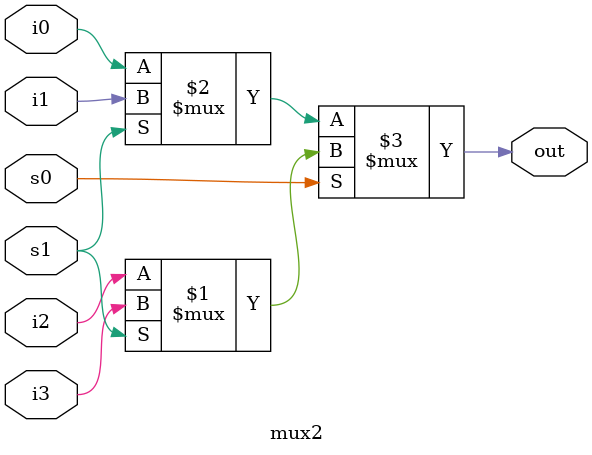
<source format=v>
`timescale 1ns / 1ps
module mux2(i0,i1,i2,i3,s0,s1,out
    );
	input i0,i1,i2,i3,s0,s1;
	output out;
	assign out= s0 ? (s1 ? (i3):(i2)):(s1 ? (i1):(i0));

endmodule

</source>
